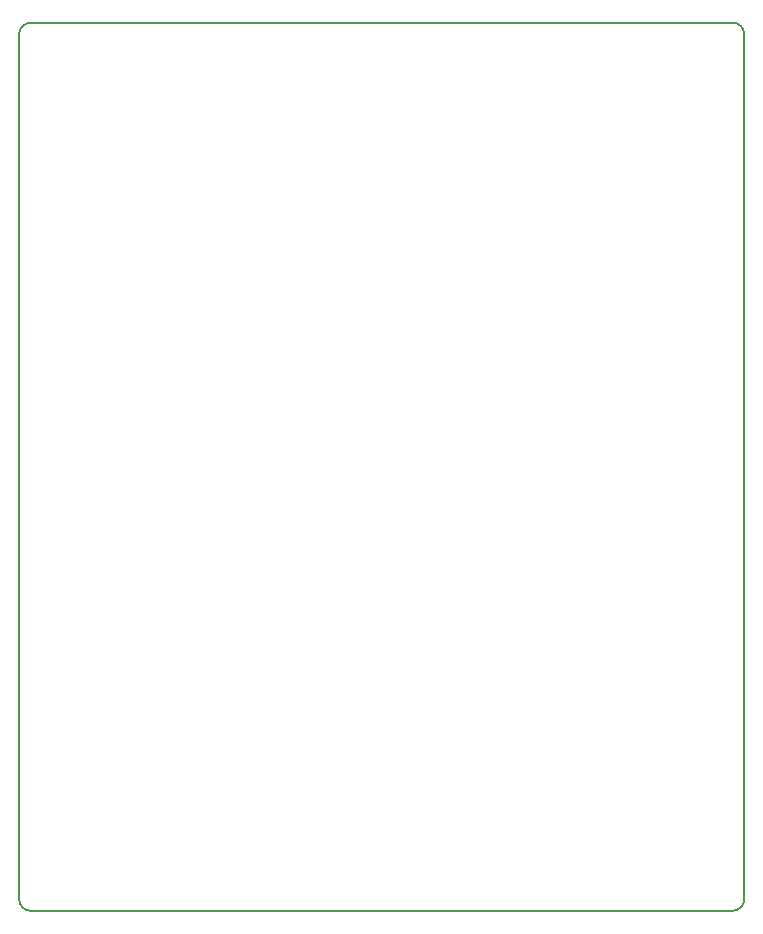
<source format=gm1>
G04 #@! TF.GenerationSoftware,KiCad,Pcbnew,5.1.6-c6e7f7d~86~ubuntu18.04.1*
G04 #@! TF.CreationDate,2020-06-28T14:12:15-07:00*
G04 #@! TF.ProjectId,VehicleAccessoryController,56656869-636c-4654-9163-636573736f72,1.0*
G04 #@! TF.SameCoordinates,Original*
G04 #@! TF.FileFunction,Profile,NP*
%FSLAX46Y46*%
G04 Gerber Fmt 4.6, Leading zero omitted, Abs format (unit mm)*
G04 Created by KiCad (PCBNEW 5.1.6-c6e7f7d~86~ubuntu18.04.1) date 2020-06-28 14:12:15*
%MOMM*%
%LPD*%
G01*
G04 APERTURE LIST*
G04 #@! TA.AperFunction,Profile*
%ADD10C,0.150000*%
G04 #@! TD*
G04 APERTURE END LIST*
D10*
X178200000Y-139700000D02*
G75*
G02*
X177200000Y-140700000I-1000000J0D01*
G01*
X117800000Y-140700000D02*
G75*
G02*
X116800000Y-139700000I0J1000000D01*
G01*
X116800000Y-66500000D02*
G75*
G02*
X117800000Y-65500000I1000000J0D01*
G01*
X177200000Y-65500000D02*
G75*
G02*
X178200000Y-66500000I0J-1000000D01*
G01*
X116800000Y-139700000D02*
X116800000Y-66500000D01*
X177200000Y-140700000D02*
X117800000Y-140700000D01*
X178200000Y-66500000D02*
X178200000Y-139700000D01*
X117800000Y-65500000D02*
X177200000Y-65500000D01*
M02*

</source>
